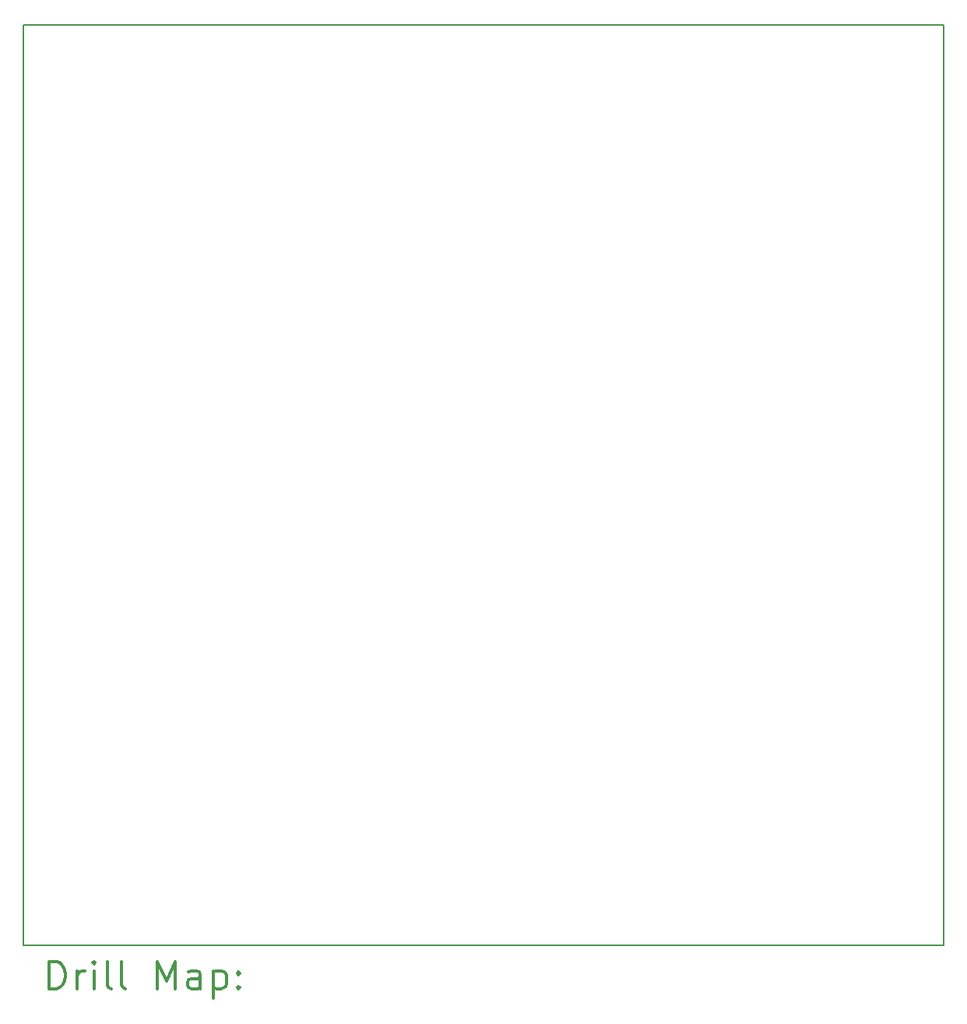
<source format=gbr>
%FSLAX45Y45*%
G04 Gerber Fmt 4.5, Leading zero omitted, Abs format (unit mm)*
G04 Created by KiCad (PCBNEW (5.0.2)-1) date 04/20/19 16:34:49*
%MOMM*%
%LPD*%
G01*
G04 APERTURE LIST*
%ADD10C,0.150000*%
%ADD11C,0.200000*%
%ADD12C,0.300000*%
G04 APERTURE END LIST*
D10*
X25254000Y-15000000D02*
X25254000Y-5000000D01*
X15254000Y-15000000D02*
X25254000Y-15000000D01*
X15254000Y-5000000D02*
X15254000Y-15000000D01*
X25254000Y-5000000D02*
X15254000Y-5000000D01*
D11*
D12*
X15532928Y-15473214D02*
X15532928Y-15173214D01*
X15604357Y-15173214D01*
X15647214Y-15187500D01*
X15675786Y-15216071D01*
X15690071Y-15244643D01*
X15704357Y-15301786D01*
X15704357Y-15344643D01*
X15690071Y-15401786D01*
X15675786Y-15430357D01*
X15647214Y-15458929D01*
X15604357Y-15473214D01*
X15532928Y-15473214D01*
X15832928Y-15473214D02*
X15832928Y-15273214D01*
X15832928Y-15330357D02*
X15847214Y-15301786D01*
X15861500Y-15287500D01*
X15890071Y-15273214D01*
X15918643Y-15273214D01*
X16018643Y-15473214D02*
X16018643Y-15273214D01*
X16018643Y-15173214D02*
X16004357Y-15187500D01*
X16018643Y-15201786D01*
X16032928Y-15187500D01*
X16018643Y-15173214D01*
X16018643Y-15201786D01*
X16204357Y-15473214D02*
X16175786Y-15458929D01*
X16161500Y-15430357D01*
X16161500Y-15173214D01*
X16361500Y-15473214D02*
X16332928Y-15458929D01*
X16318643Y-15430357D01*
X16318643Y-15173214D01*
X16704357Y-15473214D02*
X16704357Y-15173214D01*
X16804357Y-15387500D01*
X16904357Y-15173214D01*
X16904357Y-15473214D01*
X17175786Y-15473214D02*
X17175786Y-15316071D01*
X17161500Y-15287500D01*
X17132928Y-15273214D01*
X17075786Y-15273214D01*
X17047214Y-15287500D01*
X17175786Y-15458929D02*
X17147214Y-15473214D01*
X17075786Y-15473214D01*
X17047214Y-15458929D01*
X17032928Y-15430357D01*
X17032928Y-15401786D01*
X17047214Y-15373214D01*
X17075786Y-15358929D01*
X17147214Y-15358929D01*
X17175786Y-15344643D01*
X17318643Y-15273214D02*
X17318643Y-15573214D01*
X17318643Y-15287500D02*
X17347214Y-15273214D01*
X17404357Y-15273214D01*
X17432928Y-15287500D01*
X17447214Y-15301786D01*
X17461500Y-15330357D01*
X17461500Y-15416071D01*
X17447214Y-15444643D01*
X17432928Y-15458929D01*
X17404357Y-15473214D01*
X17347214Y-15473214D01*
X17318643Y-15458929D01*
X17590071Y-15444643D02*
X17604357Y-15458929D01*
X17590071Y-15473214D01*
X17575786Y-15458929D01*
X17590071Y-15444643D01*
X17590071Y-15473214D01*
X17590071Y-15287500D02*
X17604357Y-15301786D01*
X17590071Y-15316071D01*
X17575786Y-15301786D01*
X17590071Y-15287500D01*
X17590071Y-15316071D01*
M02*

</source>
